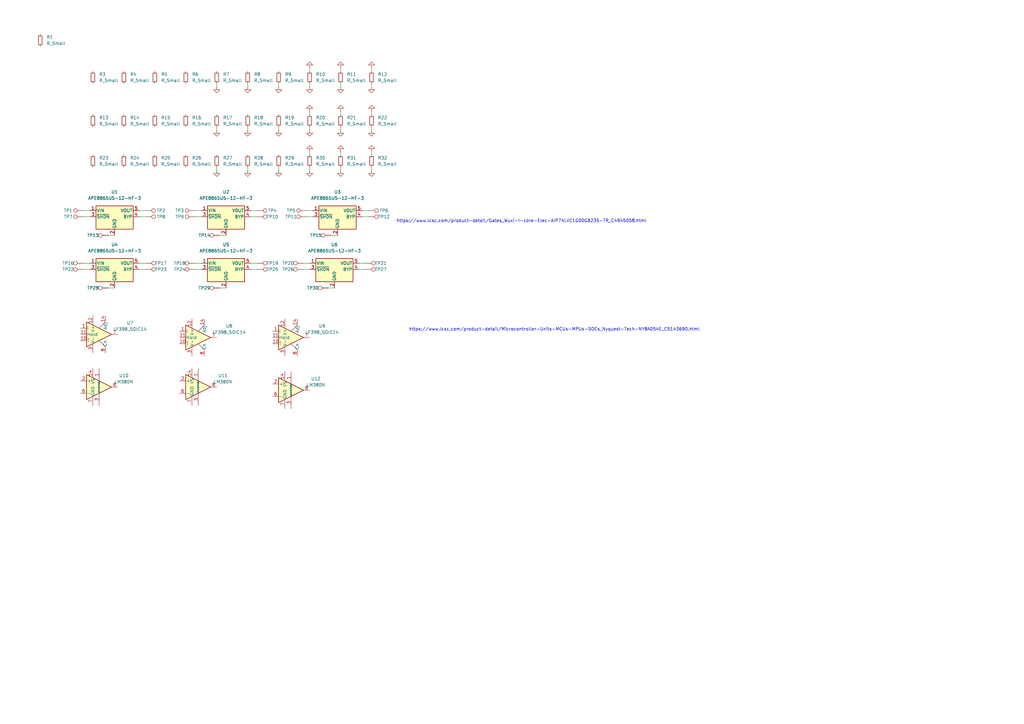
<source format=kicad_sch>
(kicad_sch (version 20211123) (generator eeschema)
  (paper "A3")
  (title_block (date "2023-01-30"))
  (lib_symbols
    (symbol "Amplifier_Audio:LM380N" (pin_names (offset 0.127))
      (property "Reference" "U" (at 6.35 6.35 0))
      (property "Value" "LM380N" (at 6.35 3.81 0))
      (symbol "LM380N_0_1"
        (polyline (pts (xy -5.08 5.08) (xy 5.08 0) (xy -5.08 -5.08) (xy -5.08 5.08)) (stroke (width 0.254)) (fill (type background)))
      )
      (symbol "LM380N_1_1"
        (pin passive line (at 0 7.62 270) (length 5.08) (name "BYPASS") (number "1"))
        (pin passive line (at 0 -7.62 90) (length 5.08) hide (name "GND") (number "10"))
        (pin passive line (at 0 -7.62 90) (length 5.08) hide (name "GND") (number "11"))
        (pin passive line (at 0 -7.62 90) (length 5.08) hide (name "GND") (number "12"))
        (pin no_connect line (at 0 -2.54 90) (length 2.54) hide (name "NC") (number "13"))
        (pin power_in line (at -2.54 7.62 270) (length 3.81) (name "VS") (number "14"))
        (pin input line (at -7.62 2.54 0) (length 2.54) (name "+") (number "2"))
        (pin power_in line (at 0 -7.62 90) (length 5.08) (name "GND") (number "3"))
        (pin passive line (at 0 -7.62 90) (length 5.08) hide (name "GND") (number "4"))
        (pin passive line (at 0 -7.62 90) (length 5.08) hide (name "GND") (number "5"))
        (pin input line (at -7.62 -2.54 0) (length 2.54) (name "-") (number "6"))
        (pin power_in line (at -2.54 -7.62 90) (length 3.81) (name "GND") (number "7"))
        (pin output line (at 7.62 0 180) (length 2.54) (name "~") (number "8"))
        (pin no_connect line (at 0 2.54 270) (length 2.54) hide (name "NC") (number "9"))
      )
    )
    (symbol "Analog:LF398_SOIC14" (pin_names (offset 0.127))
      (property "Reference" "U" (at 5.08 3.81 0))
      (property "Value" "LF398_SOIC14" (at 5.08 -2.54 0))
      (symbol "LF398_SOIC14_0_1"
        (polyline (pts (xy 0 -2.54) (xy 2.54 -5.08)))
        (polyline (pts (xy 2.54 5.08) (xy 0 2.54)))
        (polyline (pts (xy -5.08 5.08) (xy 5.08 0) (xy -5.08 -5.08) (xy -5.08 5.08)) (stroke (width 0.254)) (fill (type background)))
      )
      (symbol "LF398_SOIC14_1_1"
        (pin input line (at -7.62 2.54 0) (length 2.54) (name "I") (number "1"))
        (pin passive line (at -7.62 -2.54 0) (length 2.54) (name "T") (number "10"))
        (pin input line (at -7.62 0 0) (length 2.54) (name "Hold") (number "11"))
        (pin passive line (at -2.54 7.62 270) (length 3.81) (name "V+") (number "12"))
        (pin no_connect line (at 0 -2.54 90) (length 2.54) hide (name "NC") (number "13"))
        (pin passive line (at 2.54 7.62 270) (length 2.54) (name "Adj") (number "14"))
        (pin no_connect line (at -5.08 2.54 270) (length 2.54) hide (name "NC") (number "2"))
        (pin passive line (at -2.54 -7.62 90) (length 3.81) (name "V-") (number "3"))
        (pin no_connect line (at -2.54 2.54 270) (length 2.54) hide (name "NC") (number "4"))
        (pin no_connect line (at -5.08 -2.54 90) (length 2.54) hide (name "NC") (number "5"))
        (pin no_connect line (at -2.54 -2.54 90) (length 2.54) hide (name "NC") (number "6"))
        (pin output line (at 7.62 0 180) (length 2.54) (name "~") (number "7"))
        (pin passive line (at 2.54 -7.62 90) (length 2.54) (name "Ch") (number "8"))
        (pin no_connect line (at 0 2.54 270) (length 2.54) hide (name "NC") (number "9"))
      )
    )
    (symbol "Connector:TestPoint" (pin_numbers hide) (pin_names (offset 0.762) hide)
      (property "Reference" "TP" (at 0 6.858 0))
      (property "Value" "TestPoint" (at 0 5.08 0))
      (symbol "TestPoint_0_1"
        (circle (center 0 3.302) (radius 0.762))
      )
      (symbol "TestPoint_1_1"
        (pin passive line (at 0 0 90) (length 2.54) (name "1") (number "1"))
      )
    )
    (symbol "Device:R_Small" (pin_numbers hide) (pin_names (offset 0.254) hide)
      (property "Reference" "R" (at 0.762 0.508 0))
      (property "Value" "R_Small" (at 0.762 -1.016 0))
      (symbol "R_Small_0_1"
        (rectangle (start -0.762 1.778) (end 0.762 -1.778) (stroke (width 0.2032)))
      )
      (symbol "R_Small_1_1"
        (pin passive line (at 0 2.54 270) (length 0.762) (name "~") (number "1"))
        (pin passive line (at 0 -2.54 90) (length 0.762) (name "~") (number "2"))
      )
    )
    (symbol "Regulator_Linear:APE8865U5-12-HF-3" (pin_names (offset 0.254))
      (property "Reference" "U" (at -6.35 5.715 0))
      (property "Value" "APE8865U5-12-HF-3" (at -3.175 5.715 0))
      (symbol "APE8865U5-12-HF-3_0_1"
        (rectangle (start -7.62 4.445) (end 7.62 -5.08) (stroke (width 0.254)) (fill (type background)))
      )
      (symbol "APE8865U5-12-HF-3_1_1"
        (pin power_in line (at -10.16 2.54 0) (length 2.54) (name "VIN") (number "1"))
        (pin power_in line (at 0 -7.62 90) (length 2.54) (name "GND") (number "2"))
        (pin input line (at -10.16 0 0) (length 2.54) (name "~{SHDN}") (number "3"))
        (pin input line (at 10.16 0 180) (length 2.54) (name "BYP") (number "4"))
        (pin power_out line (at 10.16 2.54 180) (length 2.54) (name "VOUT") (number "5"))
      )
    )
    (symbol "power:GND" (power) (pin_names (offset 0))
      (property "Value" "GND" (at 0 -3.81 0))
      (symbol "GND_0_1"
        (polyline (pts (xy 0 0) (xy 0 -1.27) (xy 1.27 -1.27) (xy 0 -2.54) (xy -1.27 -1.27) (xy 0 -1.27)))
      )
      (symbol "GND_1_1"
        (pin power_in line (at 0 0 270) (length 0) hide (name "GND") (number "1"))
      )
    )
  )
  (wire (pts (xy 134.62 118.11) (xy 137.16 118.11)))
  (wire (pts (xy 34.29 88.9) (xy 36.83 88.9)))
  (wire (pts (xy 152.4 46.99) (xy 152.4 45.72)))
  (wire (pts (xy 135.89 96.52) (xy 138.43 96.52)))
  (wire (pts (xy 139.7 63.5) (xy 139.7 62.23)))
  (wire (pts (xy 127 29.21) (xy 127 27.94)))
  (wire (pts (xy 147.32 110.49) (xy 149.86 110.49)))
  (wire (pts (xy 57.15 88.9) (xy 59.69 88.9)))
  (wire (pts (xy 57.15 110.49) (xy 59.69 110.49)))
  (wire (pts (xy 127 46.99) (xy 127 45.72)))
  (wire (pts (xy 80.01 86.36) (xy 82.55 86.36)))
  (wire (pts (xy 125.73 88.9) (xy 128.27 88.9)))
  (wire (pts (xy 57.15 107.95) (xy 59.69 107.95)))
  (wire (pts (xy 88.9 52.07) (xy 88.9 53.34)))
  (wire (pts (xy 127 68.58) (xy 127 69.85)))
  (wire (pts (xy 114.3 52.07) (xy 114.3 53.34)))
  (wire (pts (xy 88.9 34.29) (xy 88.9 35.56)))
  (wire (pts (xy 124.46 110.49) (xy 127 110.49)))
  (wire (pts (xy 114.3 34.29) (xy 114.3 35.56)))
  (wire (pts (xy 148.59 86.36) (xy 151.13 86.36)))
  (wire (pts (xy 90.17 96.52) (xy 92.71 96.52)))
  (wire (pts (xy 102.87 88.9) (xy 105.41 88.9)))
  (wire (pts (xy -24.13 53.34) (xy -24.13 54.61)))
  (wire (pts (xy 90.17 118.11) (xy 92.71 118.11)))
  (wire (pts (xy 114.3 68.58) (xy 114.3 69.85)))
  (wire (pts (xy 88.9 68.58) (xy 88.9 69.85)))
  (wire (pts (xy 152.4 29.21) (xy 152.4 27.94)))
  (wire (pts (xy 101.6 68.58) (xy 101.6 69.85)))
  (wire (pts (xy 80.01 88.9) (xy 82.55 88.9)))
  (wire (pts (xy 80.01 107.95) (xy 82.55 107.95)))
  (wire (pts (xy 101.6 34.29) (xy 101.6 35.56)))
  (wire (pts (xy 34.29 110.49) (xy 36.83 110.49)))
  (wire (pts (xy 139.7 52.07) (xy 139.7 53.34)))
  (wire (pts (xy 34.29 86.36) (xy 36.83 86.36)))
  (wire (pts (xy 127 34.29) (xy 127 35.56)))
  (wire (pts (xy 57.15 86.36) (xy 59.69 86.36)))
  (wire (pts (xy 148.59 88.9) (xy 151.13 88.9)))
  (wire (pts (xy 80.01 110.49) (xy 82.55 110.49)))
  (wire (pts (xy 152.4 34.29) (xy 152.4 35.56)))
  (wire (pts (xy 139.7 29.21) (xy 139.7 27.94)))
  (wire (pts (xy 124.46 107.95) (xy 127 107.95)))
  (wire (pts (xy 152.4 63.5) (xy 152.4 62.23)))
  (wire (pts (xy 102.87 107.95) (xy 105.41 107.95)))
  (wire (pts (xy 102.87 110.49) (xy 105.41 110.49)))
  (wire (pts (xy 44.45 118.11) (xy 46.99 118.11)))
  (wire (pts (xy 127 63.5) (xy 127 62.23)))
  (wire (pts (xy 152.4 52.07) (xy 152.4 53.34)))
  (wire (pts (xy 34.29 107.95) (xy 36.83 107.95)))
  (wire (pts (xy 44.45 96.52) (xy 46.99 96.52)))
  (wire (pts (xy 139.7 34.29) (xy 139.7 35.56)))
  (wire (pts (xy 139.7 68.58) (xy 139.7 69.85)))
  (wire (pts (xy 139.7 46.99) (xy 139.7 45.72)))
  (wire (pts (xy 102.87 86.36) (xy 105.41 86.36)))
  (wire (pts (xy 101.6 52.07) (xy 101.6 53.34)))
  (wire (pts (xy 147.32 107.95) (xy 149.86 107.95)))
  (wire (pts (xy 127 52.07) (xy 127 53.34)))
  (wire (pts (xy 125.73 86.36) (xy 128.27 86.36)))
  (wire (pts (xy 152.4 68.58) (xy 152.4 69.85)))
  (text "https://www.lcsc.com/product-detail/Gates_Wuxi-I-core-Elec-AIP74LVC1G00GB235-TR_C4945058.html" (at 162.56 91.44 0) (effects (font (size 1.27 1.27)) (justify left bottom)))
  (text "https://www.lcsc.com/product-detail/Microcontroller-Units-MCUs-MPUs-SOCs_Nyquest-Tech-NY8A054E_C5143690.html" (at 167.64 135.89 0) (effects (font (size 1.27 1.27)) (justify left bottom)))
  (symbol (lib_id "power:GND") (at 139.7 53.34 0) (unit 1)
    (property "Reference" "#PWR0109" (effects hide))
    (property "Value" "GND" (effects hide))
  )
  (symbol (lib_id "power:GND") (at 127 53.34 0) (unit 1)
    (property "Reference" "#PWR0127" (effects hide))
    (property "Value" "GND" (effects hide))
  )
  (symbol (lib_id "Connector:TestPoint") (at 34.29 88.9 90) (unit 1) (in_bom no)
    (property "Reference" "TP7" (at 27.94 88.9 90))
    (property "Value" "TestPoint" (effects hide))
    (property "Footprint" "TestPoint:TestPoint_Keystone_5000-5004_Miniature" (effects hide))
  )
  (symbol (lib_id "Connector:TestPoint") (at 80.01 88.9 90) (unit 1) (in_bom no)
    (property "Reference" "TP9" (at 73.66 88.9 90))
    (property "Value" "TestPoint" (effects hide))
    (property "Footprint" "TestPoint:TestPoint_Keystone_5000-5004_Miniature" (effects hide))
  )
  (symbol (lib_id "power:GND") (at 139.7 35.56 0) (unit 1)
    (property "Reference" "#PWR0121" (effects hide))
    (property "Value" "GND" (effects hide))
  )
  (symbol (lib_id "Regulator_Linear:APE8865U5-12-HF-3") (at 46.99 88.9 0) (unit 1)
    (property "Reference" "U1" (at 46.99 78.74 0))
    (property "Value" "APE8865U5-12-HF-3" (at 46.99 81.28 0))
    (property "Footprint" "Package_TO_SOT_SMD:SOT-353_SC-70-5" (effects hide))
    (property "Datasheet" "http://www.tme.eu/fr/Document/ced3461ed31ea70a3c416fb648e0cde7/APE8865-3.pdf" (effects hide))
  )
  (symbol (lib_id "power:GND") (at 88.9 69.85 0) (unit 1)
    (property "Reference" "#PWR0115" (effects hide))
    (property "Value" "GND" (effects hide))
  )
  (symbol (lib_id "Analog:LF398_SOIC14") (at 40.64 137.16 0) (unit 1)
    (property "Reference" "U7" (at 53.34 132.461 0))
    (property "Value" "LF398_SOIC14" (at 53.34 135.001 0))
    (property "Footprint" "Package_SO:SOIC-14_3.9x8.7mm_P1.27mm" (effects hide))
    (property "Datasheet" "http://www.ti.com/lit/ds/symlink/lf398-n.pdf" (effects hide))
  )
  (symbol (lib_id "Connector:TestPoint") (at 151.13 86.36 270) (unit 1) (in_bom no)
    (property "Reference" "TP6" (at 157.48 86.36 90))
    (property "Value" "TestPoint" (effects hide))
    (property "Footprint" "TestPoint:TestPoint_Keystone_5000-5004_Miniature" (effects hide))
  )
  (symbol (lib_id "Connector:TestPoint") (at 80.01 110.49 90) (unit 1) (in_bom no)
    (property "Reference" "TP24" (at 73.66 110.49 90))
    (property "Value" "TestPoint" (effects hide))
    (property "Footprint" "TestPoint:TestPoint_Keystone_5000-5004_Miniature" (effects hide))
  )
  (symbol (lib_id "Regulator_Linear:APE8865U5-12-HF-3") (at 92.71 88.9 0) (unit 1)
    (property "Reference" "U2" (at 92.71 78.74 0))
    (property "Value" "APE8865U5-12-HF-3" (at 92.71 81.28 0))
    (property "Footprint" "Package_TO_SOT_SMD:SOT-353_SC-70-5" (effects hide))
    (property "Datasheet" "http://www.tme.eu/fr/Document/ced3461ed31ea70a3c416fb648e0cde7/APE8865-3.pdf" (effects hide))
  )
  (symbol (lib_id "Connector:TestPoint") (at 59.69 107.95 270) (unit 1) (in_bom no)
    (property "Reference" "TP17" (at 66.04 107.95 90))
    (property "Value" "TestPoint" (effects hide))
    (property "Footprint" "TestPoint:TestPoint_Keystone_5000-5004_Miniature" (effects hide))
  )
  (symbol (lib_id "Regulator_Linear:APE8865U5-12-HF-3") (at 137.16 110.49 0) (unit 1)
    (property "Reference" "U6" (at 137.16 100.33 0))
    (property "Value" "APE8865U5-12-HF-3" (at 137.16 102.87 0))
    (property "Footprint" "Package_TO_SOT_SMD:SOT-353_SC-70-5" (effects hide))
    (property "Datasheet" "http://www.tme.eu/fr/Document/ced3461ed31ea70a3c416fb648e0cde7/APE8865-3.pdf" (effects hide))
  )
  (symbol (lib_id "Connector:TestPoint") (at 149.86 110.49 270) (unit 1) (in_bom no)
    (property "Reference" "TP27" (at 156.21 110.49 90))
    (property "Value" "TestPoint" (effects hide))
    (property "Footprint" "TestPoint:TestPoint_Keystone_5000-5004_Miniature" (effects hide))
  )
  (symbol (lib_id "Connector:TestPoint") (at 90.17 96.52 90) (unit 1) (in_bom no)
    (property "Reference" "TP14" (at 83.82 96.52 90))
    (property "Value" "TestPoint" (effects hide))
    (property "Footprint" "TestPoint:TestPoint_Keystone_5000-5004_Miniature" (effects hide))
  )
  (symbol (lib_id "power:GND") (at 139.7 27.94 180) (unit 1)
    (property "Reference" "#PWR0122" (effects hide))
    (property "Value" "GND" (effects hide))
  )
  (symbol (lib_id "Connector:TestPoint") (at 125.73 86.36 90) (unit 1) (in_bom no)
    (property "Reference" "TP5" (at 119.38 86.36 90))
    (property "Value" "TestPoint" (effects hide))
    (property "Footprint" "TestPoint:TestPoint_Keystone_5000-5004_Miniature" (effects hide))
  )
  (symbol (lib_id "power:GND") (at 101.6 69.85 0) (unit 1)
    (property "Reference" "#PWR0120" (effects hide))
    (property "Value" "GND" (effects hide))
  )
  (symbol (lib_id "Amplifier_Audio:LM380N") (at 40.64 158.75 0) (unit 1)
    (property "Reference" "U10" (at 50.8 154.051 0))
    (property "Value" "LM380N" (at 50.8 156.591 0))
    (property "Footprint" "Package_DIP:DIP-14_W7.62mm" (effects hide))
    (property "Datasheet" "http://www.ti.com/lit/ds/symlink/lm380.pdf" (effects hide))
  )
  (symbol (lib_id "Device:R_Small") (at 76.2 49.53 0) (unit 1)
    (property "Reference" "R16" (at 78.74 48.2599 0) (effects (justify left)))
    (property "Value" "R_Small" (at 78.74 50.7999 0) (effects (justify left)))
    (property "Footprint" "Resistor_SMD:R_0603_1608Metric" (effects hide))
  )
  (symbol (lib_id "power:GND") (at 139.7 45.72 180) (unit 1)
    (property "Reference" "#PWR0110" (effects hide))
    (property "Value" "GND" (effects hide))
  )
  (symbol (lib_id "Device:R_Small") (at 88.9 31.75 0) (unit 1)
    (property "Reference" "R7" (at 91.44 30.4799 0) (effects (justify left)))
    (property "Value" "R_Small" (at 91.44 33.0199 0) (effects (justify left)))
    (property "Footprint" "Resistor_SMD:R_0805_2012Metric" (effects hide))
  )
  (symbol (lib_id "Connector:TestPoint") (at 80.01 107.95 90) (unit 1) (in_bom no)
    (property "Reference" "TP18" (at 73.66 107.95 90))
    (property "Value" "TestPoint" (effects hide))
    (property "Footprint" "TestPoint:TestPoint_Keystone_5000-5004_Miniature" (effects hide))
  )
  (symbol (lib_id "Connector:TestPoint") (at 59.69 110.49 270) (unit 1) (in_bom no)
    (property "Reference" "TP23" (at 66.04 110.49 90))
    (property "Value" "TestPoint" (effects hide))
    (property "Footprint" "TestPoint:TestPoint_Keystone_5000-5004_Miniature" (effects hide))
  )
  (symbol (lib_id "power:GND") (at 139.7 69.85 0) (unit 1)
    (property "Reference" "#PWR0106" (effects hide))
    (property "Value" "GND" (effects hide))
  )
  (symbol (lib_id "Device:R_Small") (at 16.51 16.51 0) (unit 1) (in_bom no)
    (property "Reference" "R1" (at 19.05 15.2399 0) (effects (justify left)))
    (property "Value" "R_Small" (at 19.05 17.7799 0) (effects (justify left)))
    (property "Footprint" "Z_mycustom_footprint_lib:10x10_cm" (effects hide))
  )
  (symbol (lib_id "Connector:TestPoint") (at 124.46 110.49 90) (unit 1) (in_bom no)
    (property "Reference" "TP26" (at 118.11 110.49 90))
    (property "Value" "TestPoint" (effects hide))
    (property "Footprint" "TestPoint:TestPoint_Keystone_5000-5004_Miniature" (effects hide))
  )
  (symbol (lib_id "power:GND") (at 127 35.56 0) (unit 1)
    (property "Reference" "#PWR0126" (effects hide))
    (property "Value" "GND" (effects hide))
  )
  (symbol (lib_id "Connector:TestPoint") (at 90.17 118.11 90) (unit 1) (in_bom no)
    (property "Reference" "TP29" (at 83.82 118.11 90))
    (property "Value" "TestPoint" (effects hide))
    (property "Footprint" "TestPoint:TestPoint_Keystone_5000-5004_Miniature" (effects hide))
  )
  (symbol (lib_id "power:GND") (at 152.4 53.34 0) (unit 1)
    (property "Reference" "#PWR0102" (effects hide))
    (property "Value" "GND" (effects hide))
  )
  (symbol (lib_id "power:GND") (at 152.4 35.56 0) (unit 1)
    (property "Reference" "#PWR0104" (effects hide))
    (property "Value" "GND" (effects hide))
  )
  (symbol (lib_id "Amplifier_Audio:LM380N") (at 81.28 158.75 0) (unit 1)
    (property "Reference" "U11" (at 91.44 154.051 0))
    (property "Value" "LM380N" (at 91.44 156.591 0))
    (property "Footprint" "Package_DIP:DIP-14_W7.62mm" (effects hide))
    (property "Datasheet" "http://www.ti.com/lit/ds/symlink/lm380.pdf" (effects hide))
  )
  (symbol (lib_id "power:GND") (at 114.3 53.34 0) (unit 1)
    (property "Reference" "#PWR0118" (effects hide))
    (property "Value" "GND" (effects hide))
  )
  (symbol (lib_id "Connector:TestPoint") (at 124.46 107.95 90) (unit 1) (in_bom no)
    (property "Reference" "TP20" (at 118.11 107.95 90))
    (property "Value" "TestPoint" (effects hide))
    (property "Footprint" "TestPoint:TestPoint_Keystone_5000-5004_Miniature" (effects hide))
  )
  (symbol (lib_id "Device:R_Small") (at 88.9 49.53 0) (unit 1)
    (property "Reference" "R17" (at 91.44 48.2599 0) (effects (justify left)))
    (property "Value" "R_Small" (at 91.44 50.7999 0) (effects (justify left)))
    (property "Footprint" "Resistor_SMD:R_0603_1608Metric" (effects hide))
  )
  (symbol (lib_id "Connector:TestPoint") (at 135.89 96.52 90) (unit 1) (in_bom no)
    (property "Reference" "TP15" (at 129.54 96.52 90))
    (property "Value" "TestPoint" (effects hide))
    (property "Footprint" "TestPoint:TestPoint_Keystone_5000-5004_Miniature" (effects hide))
  )
  (symbol (lib_id "Device:R_Small") (at 38.1 66.04 0) (unit 1)
    (property "Reference" "R23" (at 40.64 64.7699 0) (effects (justify left)))
    (property "Value" "R_Small" (at 40.64 67.3099 0) (effects (justify left)))
    (property "Footprint" "Resistor_SMD:R_0402_1005Metric" (effects hide))
  )
  (symbol (lib_id "Device:R_Small") (at 50.8 66.04 0) (unit 1)
    (property "Reference" "R24" (at 53.34 64.7699 0) (effects (justify left)))
    (property "Value" "R_Small" (at 53.34 67.3099 0) (effects (justify left)))
    (property "Footprint" "Resistor_SMD:R_0402_1005Metric" (effects hide))
  )
  (symbol (lib_id "Connector:TestPoint") (at 80.01 86.36 90) (unit 1) (in_bom no)
    (property "Reference" "TP3" (at 73.66 86.36 90))
    (property "Value" "TestPoint" (effects hide))
    (property "Footprint" "TestPoint:TestPoint_Keystone_5000-5004_Miniature" (effects hide))
  )
  (symbol (lib_id "power:GND") (at 88.9 53.34 0) (unit 1)
    (property "Reference" "#PWR0116" (effects hide))
    (property "Value" "GND" (effects hide))
  )
  (symbol (lib_id "Connector:TestPoint") (at 44.45 96.52 90) (unit 1) (in_bom no)
    (property "Reference" "TP13" (at 38.1 96.52 90))
    (property "Value" "TestPoint" (effects hide))
    (property "Footprint" "TestPoint:TestPoint_Keystone_5000-5004_Miniature" (effects hide))
  )
  (symbol (lib_id "Device:R_Small") (at 114.3 66.04 0) (unit 1)
    (property "Reference" "R29" (at 116.84 64.7699 0) (effects (justify left)))
    (property "Value" "R_Small" (at 116.84 67.3099 0) (effects (justify left)))
    (property "Footprint" "Resistor_SMD:R_0402_1005Metric" (effects hide))
  )
  (symbol (lib_id "Device:R_Small") (at 38.1 31.75 0) (unit 1)
    (property "Reference" "R3" (at 40.64 30.4799 0) (effects (justify left)))
    (property "Value" "R_Small" (at 40.64 33.0199 0) (effects (justify left)))
    (property "Footprint" "Resistor_SMD:R_0805_2012Metric" (effects hide))
  )
  (symbol (lib_id "Device:R_Small") (at 152.4 31.75 0) (unit 1)
    (property "Reference" "R12" (at 154.94 30.4799 0) (effects (justify left)))
    (property "Value" "R_Small" (at 154.94 33.0199 0) (effects (justify left)))
    (property "Footprint" "Resistor_SMD:R_0805_2012Metric" (effects hide))
  )
  (symbol (lib_id "Device:R_Small") (at 139.7 31.75 0) (unit 1)
    (property "Reference" "R11" (at 142.24 30.4799 0) (effects (justify left)))
    (property "Value" "R_Small" (at 142.24 33.0199 0) (effects (justify left)))
    (property "Footprint" "Resistor_SMD:R_0805_2012Metric" (effects hide))
  )
  (symbol (lib_id "Device:R_Small") (at 114.3 49.53 0) (unit 1)
    (property "Reference" "R19" (at 116.84 48.2599 0) (effects (justify left)))
    (property "Value" "R_Small" (at 116.84 50.7999 0) (effects (justify left)))
    (property "Footprint" "Resistor_SMD:R_0603_1608Metric" (effects hide))
  )
  (symbol (lib_id "Connector:TestPoint") (at 44.45 118.11 90) (unit 1) (in_bom no)
    (property "Reference" "TP28" (at 38.1 118.11 90))
    (property "Value" "TestPoint" (effects hide))
    (property "Footprint" "TestPoint:TestPoint_Keystone_5000-5004_Miniature" (effects hide))
  )
  (symbol (lib_id "Device:R_Small") (at 152.4 66.04 0) (unit 1)
    (property "Reference" "R32" (at 154.94 64.7699 0) (effects (justify left)))
    (property "Value" "R_Small" (at 154.94 67.3099 0) (effects (justify left)))
    (property "Footprint" "Resistor_SMD:R_0402_1005Metric" (effects hide))
  )
  (symbol (lib_id "Regulator_Linear:APE8865U5-12-HF-3") (at 138.43 88.9 0) (unit 1)
    (property "Reference" "U3" (at 138.43 78.74 0))
    (property "Value" "APE8865U5-12-HF-3" (at 138.43 81.28 0))
    (property "Footprint" "Package_TO_SOT_SMD:SOT-353_SC-70-5" (effects hide))
    (property "Datasheet" "http://www.tme.eu/fr/Document/ced3461ed31ea70a3c416fb648e0cde7/APE8865-3.pdf" (effects hide))
  )
  (symbol (lib_id "Device:R_Small") (at 152.4 49.53 0) (unit 1)
    (property "Reference" "R22" (at 154.94 48.2599 0) (effects (justify left)))
    (property "Value" "R_Small" (at 154.94 50.7999 0) (effects (justify left)))
    (property "Footprint" "Resistor_SMD:R_0603_1608Metric" (effects hide))
  )
  (symbol (lib_id "power:GND") (at 127 27.94 180) (unit 1)
    (property "Reference" "#PWR0125" (effects hide))
    (property "Value" "GND" (effects hide))
  )
  (symbol (lib_id "Device:R_Small") (at 76.2 66.04 0) (unit 1)
    (property "Reference" "R26" (at 78.74 64.7699 0) (effects (justify left)))
    (property "Value" "R_Small" (at 78.74 67.3099 0) (effects (justify left)))
    (property "Footprint" "Resistor_SMD:R_0402_1005Metric" (effects hide))
  )
  (symbol (lib_id "power:GND") (at 152.4 27.94 180) (unit 1)
    (property "Reference" "#PWR0103" (effects hide))
    (property "Value" "GND" (effects hide))
  )
  (symbol (lib_id "power:GND") (at 139.7 62.23 180) (unit 1)
    (property "Reference" "#PWR0105" (effects hide))
    (property "Value" "GND" (effects hide))
  )
  (symbol (lib_id "Connector:TestPoint") (at 134.62 118.11 90) (unit 1) (in_bom no)
    (property "Reference" "TP30" (at 128.27 118.11 90))
    (property "Value" "TestPoint" (effects hide))
    (property "Footprint" "TestPoint:TestPoint_Keystone_5000-5004_Miniature" (effects hide))
  )
  (symbol (lib_id "power:GND") (at 127 62.23 180) (unit 1)
    (property "Reference" "#PWR0124" (effects hide))
    (property "Value" "GND" (effects hide))
  )
  (symbol (lib_id "Device:R_Small") (at 63.5 49.53 0) (unit 1)
    (property "Reference" "R15" (at 66.04 48.2599 0) (effects (justify left)))
    (property "Value" "R_Small" (at 66.04 50.7999 0) (effects (justify left)))
    (property "Footprint" "Resistor_SMD:R_0603_1608Metric" (effects hide))
  )
  (symbol (lib_id "power:GND") (at 127 45.72 180) (unit 1)
    (property "Reference" "#PWR0128" (effects hide))
    (property "Value" "GND" (effects hide))
  )
  (symbol (lib_id "Device:R_Small") (at 38.1 49.53 0) (unit 1)
    (property "Reference" "R13" (at 40.64 48.2599 0) (effects (justify left)))
    (property "Value" "R_Small" (at 40.64 50.7999 0) (effects (justify left)))
    (property "Footprint" "Resistor_SMD:R_0603_1608Metric" (effects hide))
  )
  (symbol (lib_id "Device:R_Small") (at 101.6 66.04 0) (unit 1)
    (property "Reference" "R28" (at 104.14 64.7699 0) (effects (justify left)))
    (property "Value" "R_Small" (at 104.14 67.3099 0) (effects (justify left)))
    (property "Footprint" "Resistor_SMD:R_0402_1005Metric" (effects hide))
  )
  (symbol (lib_id "Connector:TestPoint") (at 59.69 88.9 270) (unit 1) (in_bom no)
    (property "Reference" "TP8" (at 66.04 88.9 90))
    (property "Value" "TestPoint" (effects hide))
    (property "Footprint" "TestPoint:TestPoint_Keystone_5000-5004_Miniature" (effects hide))
  )
  (symbol (lib_id "Connector:TestPoint") (at 105.41 86.36 270) (unit 1) (in_bom no)
    (property "Reference" "TP4" (at 111.76 86.36 90))
    (property "Value" "TestPoint" (effects hide))
    (property "Footprint" "TestPoint:TestPoint_Keystone_5000-5004_Miniature" (effects hide))
  )
  (symbol (lib_id "Device:R_Small") (at 50.8 31.75 0) (unit 1)
    (property "Reference" "R4" (at 53.34 30.4799 0) (effects (justify left)))
    (property "Value" "R_Small" (at 53.34 33.0199 0) (effects (justify left)))
    (property "Footprint" "Resistor_SMD:R_0805_2012Metric" (effects hide))
  )
  (symbol (lib_id "Connector:TestPoint") (at 105.41 110.49 270) (unit 1) (in_bom no)
    (property "Reference" "TP25" (at 111.76 110.49 90))
    (property "Value" "TestPoint" (effects hide))
    (property "Footprint" "TestPoint:TestPoint_Keystone_5000-5004_Miniature" (effects hide))
  )
  (symbol (lib_id "Device:R_Small") (at 139.7 66.04 0) (unit 1)
    (property "Reference" "R31" (at 142.24 64.7699 0) (effects (justify left)))
    (property "Value" "R_Small" (at 142.24 67.3099 0) (effects (justify left)))
    (property "Footprint" "Resistor_SMD:R_0402_1005Metric" (effects hide))
  )
  (symbol (lib_id "Device:R_Small") (at 88.9 66.04 0) (unit 1)
    (property "Reference" "R27" (at 91.44 64.7699 0) (effects (justify left)))
    (property "Value" "R_Small" (at 91.44 67.3099 0) (effects (justify left)))
    (property "Footprint" "Resistor_SMD:R_0402_1005Metric" (effects hide))
  )
  (symbol (lib_id "Connector:TestPoint") (at 105.41 107.95 270) (unit 1) (in_bom no)
    (property "Reference" "TP19" (at 111.76 107.95 90))
    (property "Value" "TestPoint" (effects hide))
    (property "Footprint" "TestPoint:TestPoint_Keystone_5000-5004_Miniature" (effects hide))
  )
  (symbol (lib_id "Connector:TestPoint") (at 151.13 88.9 270) (unit 1) (in_bom no)
    (property "Reference" "TP12" (at 157.48 88.9 90))
    (property "Value" "TestPoint" (effects hide))
    (property "Footprint" "TestPoint:TestPoint_Keystone_5000-5004_Miniature" (effects hide))
  )
  (symbol (lib_id "Connector:TestPoint") (at 149.86 107.95 270) (unit 1) (in_bom no)
    (property "Reference" "TP21" (at 156.21 107.95 90))
    (property "Value" "TestPoint" (effects hide))
    (property "Footprint" "TestPoint:TestPoint_Keystone_5000-5004_Miniature" (effects hide))
  )
  (symbol (lib_id "Device:R_Small") (at 139.7 49.53 0) (unit 1)
    (property "Reference" "R21" (at 142.24 48.2599 0) (effects (justify left)))
    (property "Value" "R_Small" (at 142.24 50.7999 0) (effects (justify left)))
    (property "Footprint" "Resistor_SMD:R_0603_1608Metric" (effects hide))
  )
  (symbol (lib_id "power:GND") (at 101.6 35.56 0) (unit 1)
    (property "Reference" "#PWR0113" (effects hide))
    (property "Value" "GND" (effects hide))
  )
  (symbol (lib_id "Device:R_Small") (at 101.6 31.75 0) (unit 1)
    (property "Reference" "R8" (at 104.14 30.4799 0) (effects (justify left)))
    (property "Value" "R_Small" (at 104.14 33.0199 0) (effects (justify left)))
    (property "Footprint" "Resistor_SMD:R_0805_2012Metric" (effects hide))
  )
  (symbol (lib_id "Device:R_Small") (at 127 49.53 0) (unit 1)
    (property "Reference" "R20" (at 129.54 48.2599 0) (effects (justify left)))
    (property "Value" "R_Small" (at 129.54 50.7999 0) (effects (justify left)))
    (property "Footprint" "Resistor_SMD:R_0603_1608Metric" (effects hide))
  )
  (symbol (lib_id "power:GND") (at 114.3 69.85 0) (unit 1)
    (property "Reference" "#PWR0119" (effects hide))
    (property "Value" "GND" (effects hide))
  )
  (symbol (lib_id "Regulator_Linear:APE8865U5-12-HF-3") (at 92.71 110.49 0) (unit 1)
    (property "Reference" "U5" (at 92.71 100.33 0))
    (property "Value" "APE8865U5-12-HF-3" (at 92.71 102.87 0))
    (property "Footprint" "Package_TO_SOT_SMD:SOT-353_SC-70-5" (effects hide))
    (property "Datasheet" "http://www.tme.eu/fr/Document/ced3461ed31ea70a3c416fb648e0cde7/APE8865-3.pdf" (effects hide))
  )
  (symbol (lib_id "power:GND") (at 101.6 53.34 0) (unit 1)
    (property "Reference" "#PWR0117" (effects hide))
    (property "Value" "GND" (effects hide))
  )
  (symbol (lib_id "power:GND") (at 114.3 35.56 0) (unit 1)
    (property "Reference" "#PWR0112" (effects hide))
    (property "Value" "GND" (effects hide))
  )
  (symbol (lib_id "Device:R_Small") (at 127 31.75 0) (unit 1)
    (property "Reference" "R10" (at 129.54 30.4799 0) (effects (justify left)))
    (property "Value" "R_Small" (at 129.54 33.0199 0) (effects (justify left)))
    (property "Footprint" "Resistor_SMD:R_0805_2012Metric" (effects hide))
  )
  (symbol (lib_id "Device:R_Small") (at 50.8 49.53 0) (unit 1)
    (property "Reference" "R14" (at 53.34 48.2599 0) (effects (justify left)))
    (property "Value" "R_Small" (at 53.34 50.7999 0) (effects (justify left)))
    (property "Footprint" "Resistor_SMD:R_0603_1608Metric" (effects hide))
  )
  (symbol (lib_id "power:GND") (at 127 69.85 0) (unit 1)
    (property "Reference" "#PWR0123" (effects hide))
    (property "Value" "GND" (effects hide))
  )
  (symbol (lib_id "power:GND") (at 88.9 35.56 0) (unit 1)
    (property "Reference" "#PWR0114" (effects hide))
    (property "Value" "GND" (effects hide))
  )
  (symbol (lib_id "power:GND") (at 152.4 45.72 180) (unit 1)
    (property "Reference" "#PWR0101" (effects hide))
    (property "Value" "GND" (effects hide))
  )
  (symbol (lib_id "Connector:TestPoint") (at 125.73 88.9 90) (unit 1) (in_bom no)
    (property "Reference" "TP11" (at 119.38 88.9 90))
    (property "Value" "TestPoint" (effects hide))
    (property "Footprint" "TestPoint:TestPoint_Keystone_5000-5004_Miniature" (effects hide))
  )
  (symbol (lib_id "power:GND") (at 152.4 69.85 0) (unit 1)
    (property "Reference" "#PWR0108" (effects hide))
    (property "Value" "GND" (effects hide))
  )
  (symbol (lib_id "Device:R_Small") (at 101.6 49.53 0) (unit 1)
    (property "Reference" "R18" (at 104.14 48.2599 0) (effects (justify left)))
    (property "Value" "R_Small" (at 104.14 50.7999 0) (effects (justify left)))
    (property "Footprint" "Resistor_SMD:R_0603_1608Metric" (effects hide))
  )
  (symbol (lib_id "Device:R_Small") (at 127 66.04 0) (unit 1)
    (property "Reference" "R30" (at 129.54 64.7699 0) (effects (justify left)))
    (property "Value" "R_Small" (at 129.54 67.3099 0) (effects (justify left)))
    (property "Footprint" "Resistor_SMD:R_0402_1005Metric" (effects hide))
  )
  (symbol (lib_id "Amplifier_Audio:LM380N") (at 119.38 160.02 0) (unit 1)
    (property "Reference" "U12" (at 129.54 155.321 0))
    (property "Value" "LM380N" (at 129.54 157.861 0))
    (property "Footprint" "Package_DIP:DIP-14_W7.62mm" (effects hide))
    (property "Datasheet" "http://www.ti.com/lit/ds/symlink/lm380.pdf" (effects hide))
  )
  (symbol (lib_id "Regulator_Linear:APE8865U5-12-HF-3") (at 46.99 110.49 0) (unit 1)
    (property "Reference" "U4" (at 46.99 100.33 0))
    (property "Value" "APE8865U5-12-HF-3" (at 46.99 102.87 0))
    (property "Footprint" "Package_TO_SOT_SMD:SOT-353_SC-70-5" (effects hide))
    (property "Datasheet" "http://www.tme.eu/fr/Document/ced3461ed31ea70a3c416fb648e0cde7/APE8865-3.pdf" (effects hide))
  )
  (symbol (lib_id "Device:R_Small") (at 63.5 31.75 0) (unit 1)
    (property "Reference" "R5" (at 66.04 30.4799 0) (effects (justify left)))
    (property "Value" "R_Small" (at 66.04 33.0199 0) (effects (justify left)))
    (property "Footprint" "Resistor_SMD:R_0805_2012Metric" (effects hide))
  )
  (symbol (lib_id "Device:R_Small") (at 114.3 31.75 0) (unit 1)
    (property "Reference" "R9" (at 116.84 30.4799 0) (effects (justify left)))
    (property "Value" "R_Small" (at 116.84 33.0199 0) (effects (justify left)))
    (property "Footprint" "Resistor_SMD:R_0805_2012Metric" (effects hide))
  )
  (symbol (lib_id "power:GND") (at 152.4 62.23 180) (unit 1)
    (property "Reference" "#PWR0107" (effects hide))
    (property "Value" "GND" (effects hide))
  )
  (symbol (lib_id "Connector:TestPoint") (at 34.29 110.49 90) (unit 1) (in_bom no)
    (property "Reference" "TP22" (at 27.94 110.49 90))
    (property "Value" "TestPoint" (effects hide))
    (property "Footprint" "TestPoint:TestPoint_Keystone_5000-5004_Miniature" (effects hide))
  )
  (symbol (lib_id "Analog:LF398_SOIC14") (at 81.28 138.43 0) (unit 1)
    (property "Reference" "U8" (at 93.98 133.731 0))
    (property "Value" "LF398_SOIC14" (at 93.98 136.271 0))
    (property "Footprint" "Package_SO:SOIC-14_3.9x8.7mm_P1.27mm" (effects hide))
    (property "Datasheet" "http://www.ti.com/lit/ds/symlink/lf398-n.pdf" (effects hide))
  )
  (symbol (lib_id "Connector:TestPoint") (at 34.29 107.95 90) (unit 1) (in_bom no)
    (property "Reference" "TP16" (at 27.94 107.95 90))
    (property "Value" "TestPoint" (effects hide))
    (property "Footprint" "TestPoint:TestPoint_Keystone_5000-5004_Miniature" (effects hide))
  )
  (symbol (lib_id "Device:R_Small") (at 76.2 31.75 0) (unit 1)
    (property "Reference" "R6" (at 78.74 30.4799 0) (effects (justify left)))
    (property "Value" "R_Small" (at 78.74 33.0199 0) (effects (justify left)))
    (property "Footprint" "Resistor_SMD:R_0805_2012Metric" (effects hide))
  )
  (symbol (lib_id "Connector:TestPoint") (at 59.69 86.36 270) (unit 1) (in_bom no)
    (property "Reference" "TP2" (at 66.04 86.36 90))
    (property "Value" "TestPoint" (effects hide))
    (property "Footprint" "TestPoint:TestPoint_Keystone_5000-5004_Miniature" (effects hide))
  )
  (symbol (lib_id "power:GND") (at -24.13 54.61 0) (unit 1)
    (property "Reference" "#PWR0111" (effects hide))
    (property "Value" "GND" (effects hide))
  )
  (symbol (lib_id "Device:R_Small") (at 63.5 66.04 0) (unit 1)
    (property "Reference" "R25" (at 66.04 64.7699 0) (effects (justify left)))
    (property "Value" "R_Small" (at 66.04 67.3099 0) (effects (justify left)))
    (property "Footprint" "Resistor_SMD:R_0402_1005Metric" (effects hide))
  )
  (symbol (lib_id "Analog:LF398_SOIC14") (at 119.38 138.43 0) (unit 1)
    (property "Reference" "U9" (at 132.08 133.731 0))
    (property "Value" "LF398_SOIC14" (at 132.08 136.271 0))
    (property "Footprint" "Package_SO:SOIC-14_3.9x8.7mm_P1.27mm" (effects hide))
    (property "Datasheet" "http://www.ti.com/lit/ds/symlink/lf398-n.pdf" (effects hide))
  )
  (symbol (lib_id "Connector:TestPoint") (at 105.41 88.9 270) (unit 1) (in_bom no)
    (property "Reference" "TP10" (at 111.76 88.9 90))
    (property "Value" "TestPoint" (effects hide))
    (property "Footprint" "TestPoint:TestPoint_Keystone_5000-5004_Miniature" (effects hide))
  )
  (symbol (lib_id "Connector:TestPoint") (at 34.29 86.36 90) (unit 1) (in_bom no)
    (property "Reference" "TP1" (at 27.94 86.36 90))
    (property "Value" "TestPoint" (effects hide))
    (property "Footprint" "TestPoint:TestPoint_Keystone_5000-5004_Miniature" (effects hide))
  )
)
</source>
